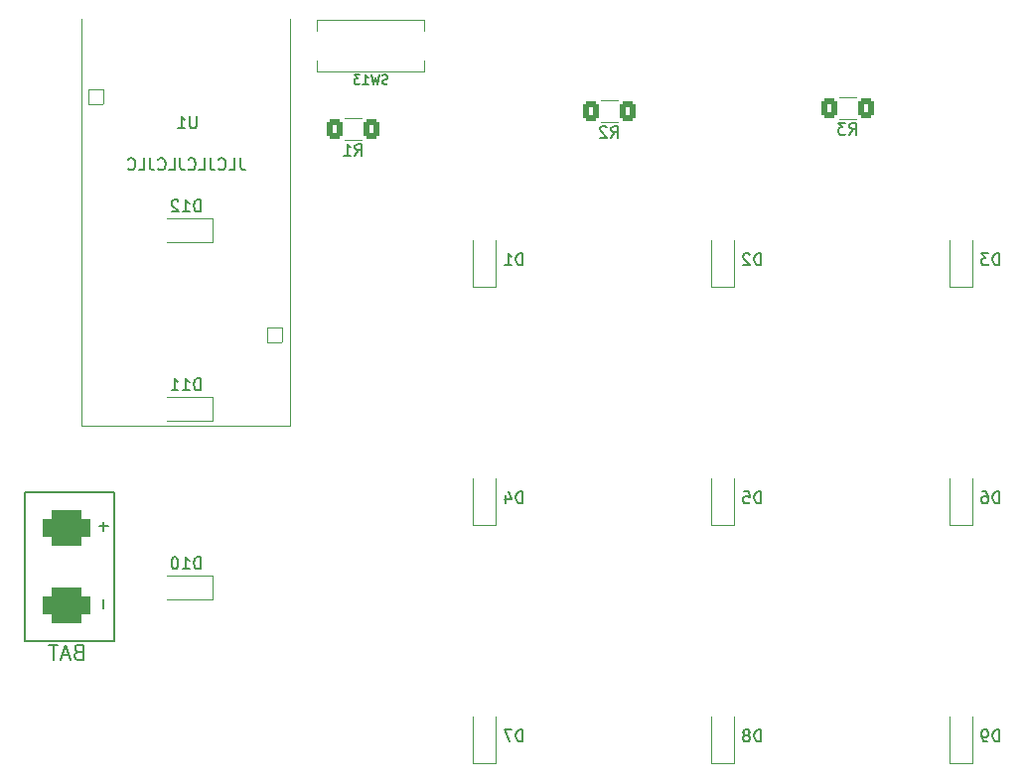
<source format=gbo>
%TF.GenerationSoftware,KiCad,Pcbnew,(6.0.7-1)-1*%
%TF.CreationDate,2022-08-28T23:25:23-04:00*%
%TF.ProjectId,Macro_Keyboard,4d616372-6f5f-44b6-9579-626f6172642e,1*%
%TF.SameCoordinates,Original*%
%TF.FileFunction,Legend,Bot*%
%TF.FilePolarity,Positive*%
%FSLAX46Y46*%
G04 Gerber Fmt 4.6, Leading zero omitted, Abs format (unit mm)*
G04 Created by KiCad (PCBNEW (6.0.7-1)-1) date 2022-08-28 23:25:23*
%MOMM*%
%LPD*%
G01*
G04 APERTURE LIST*
G04 Aperture macros list*
%AMRoundRect*
0 Rectangle with rounded corners*
0 $1 Rounding radius*
0 $2 $3 $4 $5 $6 $7 $8 $9 X,Y pos of 4 corners*
0 Add a 4 corners polygon primitive as box body*
4,1,4,$2,$3,$4,$5,$6,$7,$8,$9,$2,$3,0*
0 Add four circle primitives for the rounded corners*
1,1,$1+$1,$2,$3*
1,1,$1+$1,$4,$5*
1,1,$1+$1,$6,$7*
1,1,$1+$1,$8,$9*
0 Add four rect primitives between the rounded corners*
20,1,$1+$1,$2,$3,$4,$5,0*
20,1,$1+$1,$4,$5,$6,$7,0*
20,1,$1+$1,$6,$7,$8,$9,0*
20,1,$1+$1,$8,$9,$2,$3,0*%
G04 Aperture macros list end*
%ADD10C,0.150000*%
%ADD11C,0.120000*%
%ADD12C,2.700000*%
%ADD13C,1.308000*%
%ADD14C,2.100000*%
%ADD15C,1.700000*%
%ADD16C,4.000000*%
%ADD17C,2.200000*%
%ADD18C,1.690600*%
%ADD19C,2.000000*%
%ADD20R,1.200000X0.900000*%
%ADD21RoundRect,0.250000X-0.400000X-0.625000X0.400000X-0.625000X0.400000X0.625000X-0.400000X0.625000X0*%
%ADD22R,0.900000X1.200000*%
%ADD23C,1.473200*%
%ADD24RoundRect,0.025400X0.635000X0.635000X-0.635000X0.635000X-0.635000X-0.635000X0.635000X-0.635000X0*%
%ADD25RoundRect,0.753563X1.278437X-0.753562X1.278437X0.753562X-1.278437X0.753562X-1.278437X-0.753562X0*%
G04 APERTURE END LIST*
D10*
X44704000Y-62992000D02*
X37084000Y-62992000D01*
X37084000Y-62992000D02*
X37084000Y-75692000D01*
X37084000Y-75692000D02*
X44704000Y-75692000D01*
X44704000Y-75692000D02*
X44704000Y-62992000D01*
X41577380Y-76617285D02*
X41395952Y-76677761D01*
X41335476Y-76738238D01*
X41275000Y-76859190D01*
X41275000Y-77040619D01*
X41335476Y-77161571D01*
X41395952Y-77222047D01*
X41516904Y-77282523D01*
X42000714Y-77282523D01*
X42000714Y-76012523D01*
X41577380Y-76012523D01*
X41456428Y-76073000D01*
X41395952Y-76133476D01*
X41335476Y-76254428D01*
X41335476Y-76375380D01*
X41395952Y-76496333D01*
X41456428Y-76556809D01*
X41577380Y-76617285D01*
X42000714Y-76617285D01*
X40791190Y-76919666D02*
X40186428Y-76919666D01*
X40912142Y-77282523D02*
X40488809Y-76012523D01*
X40065476Y-77282523D01*
X39823571Y-76012523D02*
X39097857Y-76012523D01*
X39460714Y-77282523D02*
X39460714Y-76012523D01*
X55419047Y-34504380D02*
X55419047Y-35218666D01*
X55466666Y-35361523D01*
X55561904Y-35456761D01*
X55704761Y-35504380D01*
X55800000Y-35504380D01*
X54466666Y-35504380D02*
X54942857Y-35504380D01*
X54942857Y-34504380D01*
X53561904Y-35409142D02*
X53609523Y-35456761D01*
X53752380Y-35504380D01*
X53847619Y-35504380D01*
X53990476Y-35456761D01*
X54085714Y-35361523D01*
X54133333Y-35266285D01*
X54180952Y-35075809D01*
X54180952Y-34932952D01*
X54133333Y-34742476D01*
X54085714Y-34647238D01*
X53990476Y-34552000D01*
X53847619Y-34504380D01*
X53752380Y-34504380D01*
X53609523Y-34552000D01*
X53561904Y-34599619D01*
X52847619Y-34504380D02*
X52847619Y-35218666D01*
X52895238Y-35361523D01*
X52990476Y-35456761D01*
X53133333Y-35504380D01*
X53228571Y-35504380D01*
X51895238Y-35504380D02*
X52371428Y-35504380D01*
X52371428Y-34504380D01*
X50990476Y-35409142D02*
X51038095Y-35456761D01*
X51180952Y-35504380D01*
X51276190Y-35504380D01*
X51419047Y-35456761D01*
X51514285Y-35361523D01*
X51561904Y-35266285D01*
X51609523Y-35075809D01*
X51609523Y-34932952D01*
X51561904Y-34742476D01*
X51514285Y-34647238D01*
X51419047Y-34552000D01*
X51276190Y-34504380D01*
X51180952Y-34504380D01*
X51038095Y-34552000D01*
X50990476Y-34599619D01*
X50276190Y-34504380D02*
X50276190Y-35218666D01*
X50323809Y-35361523D01*
X50419047Y-35456761D01*
X50561904Y-35504380D01*
X50657142Y-35504380D01*
X49323809Y-35504380D02*
X49800000Y-35504380D01*
X49800000Y-34504380D01*
X48419047Y-35409142D02*
X48466666Y-35456761D01*
X48609523Y-35504380D01*
X48704761Y-35504380D01*
X48847619Y-35456761D01*
X48942857Y-35361523D01*
X48990476Y-35266285D01*
X49038095Y-35075809D01*
X49038095Y-34932952D01*
X48990476Y-34742476D01*
X48942857Y-34647238D01*
X48847619Y-34552000D01*
X48704761Y-34504380D01*
X48609523Y-34504380D01*
X48466666Y-34552000D01*
X48419047Y-34599619D01*
X47704761Y-34504380D02*
X47704761Y-35218666D01*
X47752380Y-35361523D01*
X47847619Y-35456761D01*
X47990476Y-35504380D01*
X48085714Y-35504380D01*
X46752380Y-35504380D02*
X47228571Y-35504380D01*
X47228571Y-34504380D01*
X45847619Y-35409142D02*
X45895238Y-35456761D01*
X46038095Y-35504380D01*
X46133333Y-35504380D01*
X46276190Y-35456761D01*
X46371428Y-35361523D01*
X46419047Y-35266285D01*
X46466666Y-35075809D01*
X46466666Y-34932952D01*
X46419047Y-34742476D01*
X46371428Y-34647238D01*
X46276190Y-34552000D01*
X46133333Y-34504380D01*
X46038095Y-34504380D01*
X45895238Y-34552000D01*
X45847619Y-34599619D01*
%TO.C,SW13*%
X67972822Y-28131710D02*
X67860336Y-28169205D01*
X67672860Y-28169205D01*
X67597869Y-28131710D01*
X67560374Y-28094215D01*
X67522878Y-28019224D01*
X67522878Y-27944233D01*
X67560374Y-27869243D01*
X67597869Y-27831747D01*
X67672860Y-27794252D01*
X67822841Y-27756757D01*
X67897832Y-27719261D01*
X67935327Y-27681766D01*
X67972822Y-27606775D01*
X67972822Y-27531785D01*
X67935327Y-27456794D01*
X67897832Y-27419299D01*
X67822841Y-27381803D01*
X67635364Y-27381803D01*
X67522878Y-27419299D01*
X67260411Y-27381803D02*
X67072934Y-28169205D01*
X66922953Y-27606775D01*
X66772972Y-28169205D01*
X66585495Y-27381803D01*
X65873084Y-28169205D02*
X66323028Y-28169205D01*
X66098056Y-28169205D02*
X66098056Y-27381803D01*
X66173046Y-27494289D01*
X66248037Y-27569280D01*
X66323028Y-27606775D01*
X65610616Y-27381803D02*
X65123177Y-27381803D01*
X65385644Y-27681766D01*
X65273158Y-27681766D01*
X65198168Y-27719261D01*
X65160672Y-27756757D01*
X65123177Y-27831747D01*
X65123177Y-28019224D01*
X65160672Y-28094215D01*
X65198168Y-28131710D01*
X65273158Y-28169205D01*
X65498130Y-28169205D01*
X65573121Y-28131710D01*
X65610616Y-28094215D01*
%TO.C,D3*%
X120118095Y-43632380D02*
X120118095Y-42632380D01*
X119880000Y-42632380D01*
X119737142Y-42680000D01*
X119641904Y-42775238D01*
X119594285Y-42870476D01*
X119546666Y-43060952D01*
X119546666Y-43203809D01*
X119594285Y-43394285D01*
X119641904Y-43489523D01*
X119737142Y-43584761D01*
X119880000Y-43632380D01*
X120118095Y-43632380D01*
X119213333Y-42632380D02*
X118594285Y-42632380D01*
X118927619Y-43013333D01*
X118784761Y-43013333D01*
X118689523Y-43060952D01*
X118641904Y-43108571D01*
X118594285Y-43203809D01*
X118594285Y-43441904D01*
X118641904Y-43537142D01*
X118689523Y-43584761D01*
X118784761Y-43632380D01*
X119070476Y-43632380D01*
X119165714Y-43584761D01*
X119213333Y-43537142D01*
%TO.C,R2*%
X87034666Y-32752380D02*
X87368000Y-32276190D01*
X87606095Y-32752380D02*
X87606095Y-31752380D01*
X87225142Y-31752380D01*
X87129904Y-31800000D01*
X87082285Y-31847619D01*
X87034666Y-31942857D01*
X87034666Y-32085714D01*
X87082285Y-32180952D01*
X87129904Y-32228571D01*
X87225142Y-32276190D01*
X87606095Y-32276190D01*
X86653714Y-31847619D02*
X86606095Y-31800000D01*
X86510857Y-31752380D01*
X86272761Y-31752380D01*
X86177523Y-31800000D01*
X86129904Y-31847619D01*
X86082285Y-31942857D01*
X86082285Y-32038095D01*
X86129904Y-32180952D01*
X86701333Y-32752380D01*
X86082285Y-32752380D01*
%TO.C,D10*%
X52014285Y-69540380D02*
X52014285Y-68540380D01*
X51776190Y-68540380D01*
X51633333Y-68588000D01*
X51538095Y-68683238D01*
X51490476Y-68778476D01*
X51442857Y-68968952D01*
X51442857Y-69111809D01*
X51490476Y-69302285D01*
X51538095Y-69397523D01*
X51633333Y-69492761D01*
X51776190Y-69540380D01*
X52014285Y-69540380D01*
X50490476Y-69540380D02*
X51061904Y-69540380D01*
X50776190Y-69540380D02*
X50776190Y-68540380D01*
X50871428Y-68683238D01*
X50966666Y-68778476D01*
X51061904Y-68826095D01*
X49871428Y-68540380D02*
X49776190Y-68540380D01*
X49680952Y-68588000D01*
X49633333Y-68635619D01*
X49585714Y-68730857D01*
X49538095Y-68921333D01*
X49538095Y-69159428D01*
X49585714Y-69349904D01*
X49633333Y-69445142D01*
X49680952Y-69492761D01*
X49776190Y-69540380D01*
X49871428Y-69540380D01*
X49966666Y-69492761D01*
X50014285Y-69445142D01*
X50061904Y-69349904D01*
X50109523Y-69159428D01*
X50109523Y-68921333D01*
X50061904Y-68730857D01*
X50014285Y-68635619D01*
X49966666Y-68588000D01*
X49871428Y-68540380D01*
%TO.C,U1*%
X51671904Y-30948380D02*
X51671904Y-31757904D01*
X51624285Y-31853142D01*
X51576666Y-31900761D01*
X51481428Y-31948380D01*
X51290952Y-31948380D01*
X51195714Y-31900761D01*
X51148095Y-31853142D01*
X51100476Y-31757904D01*
X51100476Y-30948380D01*
X50100476Y-31948380D02*
X50671904Y-31948380D01*
X50386190Y-31948380D02*
X50386190Y-30948380D01*
X50481428Y-31091238D01*
X50576666Y-31186476D01*
X50671904Y-31234095D01*
%TO.C,-*%
X43759428Y-72136047D02*
X43759428Y-72897952D01*
%TO.C,+*%
X43759428Y-65532047D02*
X43759428Y-66293952D01*
X44140380Y-65913000D02*
X43378476Y-65913000D01*
%TO.C,D1*%
X79478095Y-43632380D02*
X79478095Y-42632380D01*
X79240000Y-42632380D01*
X79097142Y-42680000D01*
X79001904Y-42775238D01*
X78954285Y-42870476D01*
X78906666Y-43060952D01*
X78906666Y-43203809D01*
X78954285Y-43394285D01*
X79001904Y-43489523D01*
X79097142Y-43584761D01*
X79240000Y-43632380D01*
X79478095Y-43632380D01*
X77954285Y-43632380D02*
X78525714Y-43632380D01*
X78240000Y-43632380D02*
X78240000Y-42632380D01*
X78335238Y-42775238D01*
X78430476Y-42870476D01*
X78525714Y-42918095D01*
%TO.C,R3*%
X107354666Y-32486380D02*
X107688000Y-32010190D01*
X107926095Y-32486380D02*
X107926095Y-31486380D01*
X107545142Y-31486380D01*
X107449904Y-31534000D01*
X107402285Y-31581619D01*
X107354666Y-31676857D01*
X107354666Y-31819714D01*
X107402285Y-31914952D01*
X107449904Y-31962571D01*
X107545142Y-32010190D01*
X107926095Y-32010190D01*
X107021333Y-31486380D02*
X106402285Y-31486380D01*
X106735619Y-31867333D01*
X106592761Y-31867333D01*
X106497523Y-31914952D01*
X106449904Y-31962571D01*
X106402285Y-32057809D01*
X106402285Y-32295904D01*
X106449904Y-32391142D01*
X106497523Y-32438761D01*
X106592761Y-32486380D01*
X106878476Y-32486380D01*
X106973714Y-32438761D01*
X107021333Y-32391142D01*
%TO.C,D2*%
X99798095Y-43632380D02*
X99798095Y-42632380D01*
X99560000Y-42632380D01*
X99417142Y-42680000D01*
X99321904Y-42775238D01*
X99274285Y-42870476D01*
X99226666Y-43060952D01*
X99226666Y-43203809D01*
X99274285Y-43394285D01*
X99321904Y-43489523D01*
X99417142Y-43584761D01*
X99560000Y-43632380D01*
X99798095Y-43632380D01*
X98845714Y-42727619D02*
X98798095Y-42680000D01*
X98702857Y-42632380D01*
X98464761Y-42632380D01*
X98369523Y-42680000D01*
X98321904Y-42727619D01*
X98274285Y-42822857D01*
X98274285Y-42918095D01*
X98321904Y-43060952D01*
X98893333Y-43632380D01*
X98274285Y-43632380D01*
%TO.C,D8*%
X99798095Y-84272380D02*
X99798095Y-83272380D01*
X99560000Y-83272380D01*
X99417142Y-83320000D01*
X99321904Y-83415238D01*
X99274285Y-83510476D01*
X99226666Y-83700952D01*
X99226666Y-83843809D01*
X99274285Y-84034285D01*
X99321904Y-84129523D01*
X99417142Y-84224761D01*
X99560000Y-84272380D01*
X99798095Y-84272380D01*
X98655238Y-83700952D02*
X98750476Y-83653333D01*
X98798095Y-83605714D01*
X98845714Y-83510476D01*
X98845714Y-83462857D01*
X98798095Y-83367619D01*
X98750476Y-83320000D01*
X98655238Y-83272380D01*
X98464761Y-83272380D01*
X98369523Y-83320000D01*
X98321904Y-83367619D01*
X98274285Y-83462857D01*
X98274285Y-83510476D01*
X98321904Y-83605714D01*
X98369523Y-83653333D01*
X98464761Y-83700952D01*
X98655238Y-83700952D01*
X98750476Y-83748571D01*
X98798095Y-83796190D01*
X98845714Y-83891428D01*
X98845714Y-84081904D01*
X98798095Y-84177142D01*
X98750476Y-84224761D01*
X98655238Y-84272380D01*
X98464761Y-84272380D01*
X98369523Y-84224761D01*
X98321904Y-84177142D01*
X98274285Y-84081904D01*
X98274285Y-83891428D01*
X98321904Y-83796190D01*
X98369523Y-83748571D01*
X98464761Y-83700952D01*
%TO.C,R1*%
X65190666Y-34276380D02*
X65524000Y-33800190D01*
X65762095Y-34276380D02*
X65762095Y-33276380D01*
X65381142Y-33276380D01*
X65285904Y-33324000D01*
X65238285Y-33371619D01*
X65190666Y-33466857D01*
X65190666Y-33609714D01*
X65238285Y-33704952D01*
X65285904Y-33752571D01*
X65381142Y-33800190D01*
X65762095Y-33800190D01*
X64238285Y-34276380D02*
X64809714Y-34276380D01*
X64524000Y-34276380D02*
X64524000Y-33276380D01*
X64619238Y-33419238D01*
X64714476Y-33514476D01*
X64809714Y-33562095D01*
%TO.C,D5*%
X99798095Y-63952380D02*
X99798095Y-62952380D01*
X99560000Y-62952380D01*
X99417142Y-63000000D01*
X99321904Y-63095238D01*
X99274285Y-63190476D01*
X99226666Y-63380952D01*
X99226666Y-63523809D01*
X99274285Y-63714285D01*
X99321904Y-63809523D01*
X99417142Y-63904761D01*
X99560000Y-63952380D01*
X99798095Y-63952380D01*
X98321904Y-62952380D02*
X98798095Y-62952380D01*
X98845714Y-63428571D01*
X98798095Y-63380952D01*
X98702857Y-63333333D01*
X98464761Y-63333333D01*
X98369523Y-63380952D01*
X98321904Y-63428571D01*
X98274285Y-63523809D01*
X98274285Y-63761904D01*
X98321904Y-63857142D01*
X98369523Y-63904761D01*
X98464761Y-63952380D01*
X98702857Y-63952380D01*
X98798095Y-63904761D01*
X98845714Y-63857142D01*
%TO.C,D6*%
X120118095Y-63952380D02*
X120118095Y-62952380D01*
X119880000Y-62952380D01*
X119737142Y-63000000D01*
X119641904Y-63095238D01*
X119594285Y-63190476D01*
X119546666Y-63380952D01*
X119546666Y-63523809D01*
X119594285Y-63714285D01*
X119641904Y-63809523D01*
X119737142Y-63904761D01*
X119880000Y-63952380D01*
X120118095Y-63952380D01*
X118689523Y-62952380D02*
X118880000Y-62952380D01*
X118975238Y-63000000D01*
X119022857Y-63047619D01*
X119118095Y-63190476D01*
X119165714Y-63380952D01*
X119165714Y-63761904D01*
X119118095Y-63857142D01*
X119070476Y-63904761D01*
X118975238Y-63952380D01*
X118784761Y-63952380D01*
X118689523Y-63904761D01*
X118641904Y-63857142D01*
X118594285Y-63761904D01*
X118594285Y-63523809D01*
X118641904Y-63428571D01*
X118689523Y-63380952D01*
X118784761Y-63333333D01*
X118975238Y-63333333D01*
X119070476Y-63380952D01*
X119118095Y-63428571D01*
X119165714Y-63523809D01*
%TO.C,D7*%
X79478095Y-84272380D02*
X79478095Y-83272380D01*
X79240000Y-83272380D01*
X79097142Y-83320000D01*
X79001904Y-83415238D01*
X78954285Y-83510476D01*
X78906666Y-83700952D01*
X78906666Y-83843809D01*
X78954285Y-84034285D01*
X79001904Y-84129523D01*
X79097142Y-84224761D01*
X79240000Y-84272380D01*
X79478095Y-84272380D01*
X78573333Y-83272380D02*
X77906666Y-83272380D01*
X78335238Y-84272380D01*
%TO.C,D4*%
X79478095Y-63952380D02*
X79478095Y-62952380D01*
X79240000Y-62952380D01*
X79097142Y-63000000D01*
X79001904Y-63095238D01*
X78954285Y-63190476D01*
X78906666Y-63380952D01*
X78906666Y-63523809D01*
X78954285Y-63714285D01*
X79001904Y-63809523D01*
X79097142Y-63904761D01*
X79240000Y-63952380D01*
X79478095Y-63952380D01*
X78049523Y-63285714D02*
X78049523Y-63952380D01*
X78287619Y-62904761D02*
X78525714Y-63619047D01*
X77906666Y-63619047D01*
%TO.C,D12*%
X52014285Y-39060380D02*
X52014285Y-38060380D01*
X51776190Y-38060380D01*
X51633333Y-38108000D01*
X51538095Y-38203238D01*
X51490476Y-38298476D01*
X51442857Y-38488952D01*
X51442857Y-38631809D01*
X51490476Y-38822285D01*
X51538095Y-38917523D01*
X51633333Y-39012761D01*
X51776190Y-39060380D01*
X52014285Y-39060380D01*
X50490476Y-39060380D02*
X51061904Y-39060380D01*
X50776190Y-39060380D02*
X50776190Y-38060380D01*
X50871428Y-38203238D01*
X50966666Y-38298476D01*
X51061904Y-38346095D01*
X50109523Y-38155619D02*
X50061904Y-38108000D01*
X49966666Y-38060380D01*
X49728571Y-38060380D01*
X49633333Y-38108000D01*
X49585714Y-38155619D01*
X49538095Y-38250857D01*
X49538095Y-38346095D01*
X49585714Y-38488952D01*
X50157142Y-39060380D01*
X49538095Y-39060380D01*
%TO.C,D11*%
X52014285Y-54300380D02*
X52014285Y-53300380D01*
X51776190Y-53300380D01*
X51633333Y-53348000D01*
X51538095Y-53443238D01*
X51490476Y-53538476D01*
X51442857Y-53728952D01*
X51442857Y-53871809D01*
X51490476Y-54062285D01*
X51538095Y-54157523D01*
X51633333Y-54252761D01*
X51776190Y-54300380D01*
X52014285Y-54300380D01*
X50490476Y-54300380D02*
X51061904Y-54300380D01*
X50776190Y-54300380D02*
X50776190Y-53300380D01*
X50871428Y-53443238D01*
X50966666Y-53538476D01*
X51061904Y-53586095D01*
X49538095Y-54300380D02*
X50109523Y-54300380D01*
X49823809Y-54300380D02*
X49823809Y-53300380D01*
X49919047Y-53443238D01*
X50014285Y-53538476D01*
X50109523Y-53586095D01*
%TO.C,D9*%
X120118095Y-84272380D02*
X120118095Y-83272380D01*
X119880000Y-83272380D01*
X119737142Y-83320000D01*
X119641904Y-83415238D01*
X119594285Y-83510476D01*
X119546666Y-83700952D01*
X119546666Y-83843809D01*
X119594285Y-84034285D01*
X119641904Y-84129523D01*
X119737142Y-84224761D01*
X119880000Y-84272380D01*
X120118095Y-84272380D01*
X119070476Y-84272380D02*
X118880000Y-84272380D01*
X118784761Y-84224761D01*
X118737142Y-84177142D01*
X118641904Y-84034285D01*
X118594285Y-83843809D01*
X118594285Y-83462857D01*
X118641904Y-83367619D01*
X118689523Y-83320000D01*
X118784761Y-83272380D01*
X118975238Y-83272380D01*
X119070476Y-83320000D01*
X119118095Y-83367619D01*
X119165714Y-83462857D01*
X119165714Y-83700952D01*
X119118095Y-83796190D01*
X119070476Y-83843809D01*
X118975238Y-83891428D01*
X118784761Y-83891428D01*
X118689523Y-83843809D01*
X118641904Y-83796190D01*
X118594285Y-83700952D01*
D11*
%TO.C,SW13*%
X71120000Y-27092000D02*
X71120000Y-26162000D01*
X61976000Y-22692000D02*
X61976000Y-23622000D01*
X71120000Y-22692000D02*
X71120000Y-23622000D01*
X61976000Y-27092000D02*
X71120000Y-27092000D01*
X71120000Y-22692000D02*
X61976000Y-22692000D01*
X61976000Y-26162000D02*
X61976000Y-27092000D01*
%TO.C,D3*%
X115840000Y-45430000D02*
X115840000Y-41530000D01*
X117840000Y-45430000D02*
X117840000Y-41530000D01*
X117840000Y-45430000D02*
X115840000Y-45430000D01*
%TO.C,R2*%
X86140936Y-29570000D02*
X87595064Y-29570000D01*
X86140936Y-31390000D02*
X87595064Y-31390000D01*
%TO.C,D10*%
X53050000Y-72120000D02*
X49150000Y-72120000D01*
X53050000Y-70120000D02*
X53050000Y-72120000D01*
X53050000Y-70120000D02*
X49150000Y-70120000D01*
%TO.C,U1*%
X41893000Y-22635638D02*
X41893000Y-57306638D01*
X59673000Y-57306638D02*
X59673000Y-22635638D01*
X41893000Y-57306638D02*
X59673000Y-57306638D01*
%TO.C,D1*%
X77200000Y-45430000D02*
X77200000Y-41530000D01*
X75200000Y-45430000D02*
X75200000Y-41530000D01*
X77200000Y-45430000D02*
X75200000Y-45430000D01*
%TO.C,R3*%
X106460936Y-31124000D02*
X107915064Y-31124000D01*
X106460936Y-29304000D02*
X107915064Y-29304000D01*
%TO.C,D2*%
X97520000Y-45430000D02*
X97520000Y-41530000D01*
X95520000Y-45430000D02*
X95520000Y-41530000D01*
X97520000Y-45430000D02*
X95520000Y-45430000D01*
%TO.C,D8*%
X97520000Y-86070000D02*
X95520000Y-86070000D01*
X97520000Y-86070000D02*
X97520000Y-82170000D01*
X95520000Y-86070000D02*
X95520000Y-82170000D01*
%TO.C,R1*%
X64296936Y-32914000D02*
X65751064Y-32914000D01*
X64296936Y-31094000D02*
X65751064Y-31094000D01*
%TO.C,D5*%
X97520000Y-65750000D02*
X95520000Y-65750000D01*
X95520000Y-65750000D02*
X95520000Y-61850000D01*
X97520000Y-65750000D02*
X97520000Y-61850000D01*
%TO.C,D6*%
X117840000Y-65750000D02*
X115840000Y-65750000D01*
X117840000Y-65750000D02*
X117840000Y-61850000D01*
X115840000Y-65750000D02*
X115840000Y-61850000D01*
%TO.C,D7*%
X77200000Y-86070000D02*
X75200000Y-86070000D01*
X75200000Y-86070000D02*
X75200000Y-82170000D01*
X77200000Y-86070000D02*
X77200000Y-82170000D01*
%TO.C,D4*%
X75200000Y-65750000D02*
X75200000Y-61850000D01*
X77200000Y-65750000D02*
X77200000Y-61850000D01*
X77200000Y-65750000D02*
X75200000Y-65750000D01*
%TO.C,D12*%
X53050000Y-39640000D02*
X49150000Y-39640000D01*
X53050000Y-39640000D02*
X53050000Y-41640000D01*
X53050000Y-41640000D02*
X49150000Y-41640000D01*
%TO.C,D11*%
X53050000Y-56880000D02*
X49150000Y-56880000D01*
X53050000Y-54880000D02*
X49150000Y-54880000D01*
X53050000Y-54880000D02*
X53050000Y-56880000D01*
%TO.C,D9*%
X117840000Y-86070000D02*
X115840000Y-86070000D01*
X117840000Y-86070000D02*
X117840000Y-82170000D01*
X115840000Y-86070000D02*
X115840000Y-82170000D01*
%TD*%
%LPC*%
D12*
%TO.C,REF\u002A\u002A*%
X124460000Y-86360000D03*
%TD*%
%TO.C,REF\u002A\u002A*%
X124460000Y-25400000D03*
%TD*%
%TO.C,REF\u002A\u002A*%
X39116000Y-25400000D03*
%TD*%
%TO.C,REF\u002A\u002A*%
X39116000Y-86360000D03*
%TD*%
D13*
%TO.C,SW13*%
X64548000Y-24892000D03*
X66548000Y-24892000D03*
X68548000Y-24892000D03*
D14*
X62398000Y-24892000D03*
X70698000Y-24892000D03*
%TD*%
D15*
%TO.C,SW7*%
X68580000Y-76200000D03*
X78740000Y-76200000D03*
D16*
X73660000Y-76200000D03*
D17*
X77470000Y-78740000D03*
X71120000Y-81280000D03*
D18*
X74930000Y-71120000D03*
X72390000Y-71120000D03*
%TD*%
D15*
%TO.C,SW8*%
X88900000Y-76200000D03*
D16*
X93980000Y-76200000D03*
D15*
X99060000Y-76200000D03*
D17*
X97790000Y-78740000D03*
X91440000Y-81280000D03*
D18*
X95250000Y-71120000D03*
X92710000Y-71120000D03*
%TD*%
D16*
%TO.C,SW2*%
X93980000Y-35560000D03*
D15*
X99060000Y-35560000D03*
X88900000Y-35560000D03*
D17*
X97790000Y-38100000D03*
X91440000Y-40640000D03*
D18*
X95250000Y-30480000D03*
X92710000Y-30480000D03*
%TD*%
D15*
%TO.C,SW6*%
X119380000Y-55880000D03*
X109220000Y-55880000D03*
D16*
X114300000Y-55880000D03*
D17*
X118110000Y-58420000D03*
X111760000Y-60960000D03*
D18*
X115570000Y-50800000D03*
X113030000Y-50800000D03*
%TD*%
D19*
%TO.C,SW11*%
X54050000Y-59218000D03*
X47550000Y-59218000D03*
X54050000Y-63718000D03*
X47550000Y-63718000D03*
%TD*%
D15*
%TO.C,SW4*%
X68580000Y-55880000D03*
X78740000Y-55880000D03*
D16*
X73660000Y-55880000D03*
D17*
X77470000Y-58420000D03*
X71120000Y-60960000D03*
D18*
X74930000Y-50800000D03*
X72390000Y-50800000D03*
%TD*%
D15*
%TO.C,SW9*%
X109220000Y-76200000D03*
X119380000Y-76200000D03*
D16*
X114300000Y-76200000D03*
D17*
X118110000Y-78740000D03*
X111760000Y-81280000D03*
D18*
X115570000Y-71120000D03*
X113030000Y-71120000D03*
%TD*%
D15*
%TO.C,SW1*%
X68580000Y-35560000D03*
X78740000Y-35560000D03*
D16*
X73660000Y-35560000D03*
D17*
X77470000Y-38100000D03*
X71120000Y-40640000D03*
D18*
X74930000Y-30480000D03*
X72390000Y-30480000D03*
%TD*%
D15*
%TO.C,SW5*%
X88900000Y-55880000D03*
X99060000Y-55880000D03*
D16*
X93980000Y-55880000D03*
D17*
X97790000Y-58420000D03*
X91440000Y-60960000D03*
D18*
X95250000Y-50800000D03*
X92710000Y-50800000D03*
%TD*%
D19*
%TO.C,SW10*%
X47550000Y-74458000D03*
X54050000Y-74458000D03*
X54050000Y-78958000D03*
X47550000Y-78958000D03*
%TD*%
D16*
%TO.C,SW3*%
X114300000Y-35560000D03*
D15*
X119380000Y-35560000D03*
X109220000Y-35560000D03*
D17*
X118110000Y-38100000D03*
X111760000Y-40640000D03*
D18*
X115570000Y-30480000D03*
X113030000Y-30480000D03*
%TD*%
D19*
%TO.C,SW12*%
X54050000Y-43978000D03*
X47550000Y-43978000D03*
X47550000Y-48478000D03*
X54050000Y-48478000D03*
%TD*%
D20*
%TO.C,D3*%
X116840000Y-44830000D03*
X116840000Y-41530000D03*
%TD*%
D21*
%TO.C,R2*%
X85318000Y-30480000D03*
X88418000Y-30480000D03*
%TD*%
D22*
%TO.C,D10*%
X52450000Y-71120000D03*
X49150000Y-71120000D03*
%TD*%
D23*
%TO.C,U1*%
X43180000Y-26733638D03*
D24*
X43180000Y-29273638D03*
D23*
X43180000Y-31813638D03*
X43180000Y-34353638D03*
X43180000Y-36893638D03*
X43180000Y-39433638D03*
X43180000Y-41973638D03*
X43180000Y-44513638D03*
X43180000Y-47053638D03*
X43180000Y-49593638D03*
X43180000Y-52133638D03*
X58420000Y-54673638D03*
X58420000Y-52133638D03*
D24*
X58420000Y-49593638D03*
D23*
X58420000Y-47053638D03*
X58420000Y-44513638D03*
X58420000Y-41973638D03*
X58420000Y-39433638D03*
X58420000Y-36893638D03*
X58420000Y-34353638D03*
X58420000Y-31813638D03*
X58420000Y-29273638D03*
X58420000Y-26733638D03*
%TD*%
D25*
%TO.C,-*%
X40640000Y-72627125D03*
%TD*%
%TO.C,+*%
X40640000Y-66023125D03*
%TD*%
D20*
%TO.C,D1*%
X76200000Y-44830000D03*
X76200000Y-41530000D03*
%TD*%
D21*
%TO.C,R3*%
X105638000Y-30214000D03*
X108738000Y-30214000D03*
%TD*%
D20*
%TO.C,D2*%
X96520000Y-44830000D03*
X96520000Y-41530000D03*
%TD*%
%TO.C,D8*%
X96520000Y-85470000D03*
X96520000Y-82170000D03*
%TD*%
D21*
%TO.C,R1*%
X63474000Y-32004000D03*
X66574000Y-32004000D03*
%TD*%
D20*
%TO.C,D5*%
X96520000Y-65150000D03*
X96520000Y-61850000D03*
%TD*%
%TO.C,D6*%
X116840000Y-65150000D03*
X116840000Y-61850000D03*
%TD*%
%TO.C,D7*%
X76200000Y-85470000D03*
X76200000Y-82170000D03*
%TD*%
%TO.C,D4*%
X76200000Y-65150000D03*
X76200000Y-61850000D03*
%TD*%
D22*
%TO.C,D12*%
X52450000Y-40640000D03*
X49150000Y-40640000D03*
%TD*%
%TO.C,D11*%
X52450000Y-55880000D03*
X49150000Y-55880000D03*
%TD*%
D20*
%TO.C,D9*%
X116840000Y-85470000D03*
X116840000Y-82170000D03*
%TD*%
M02*

</source>
